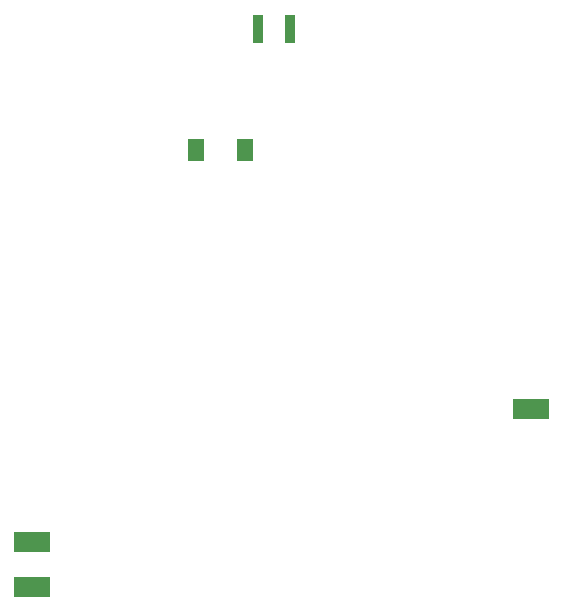
<source format=gbp>
G04 #@! TF.FileFunction,Paste,Bot*
%FSLAX46Y46*%
G04 Gerber Fmt 4.6, Leading zero omitted, Abs format (unit mm)*
G04 Created by KiCad (PCBNEW (2016-11-21 revision f7cc0a9)-makepkg) date 06/05/17 10:20:09*
%MOMM*%
%LPD*%
G01*
G04 APERTURE LIST*
%ADD10C,0.100000*%
%ADD11R,0.864000X2.358000*%
%ADD12R,1.467000X1.917000*%
%ADD13R,3.105000X1.665000*%
G04 APERTURE END LIST*
D10*
D11*
X124625000Y-54000000D03*
X121875000Y-54000000D03*
D12*
X120840000Y-64250000D03*
X116660000Y-64250000D03*
D13*
X102750000Y-97500000D03*
X145000000Y-86200000D03*
X102750000Y-101250000D03*
M02*

</source>
